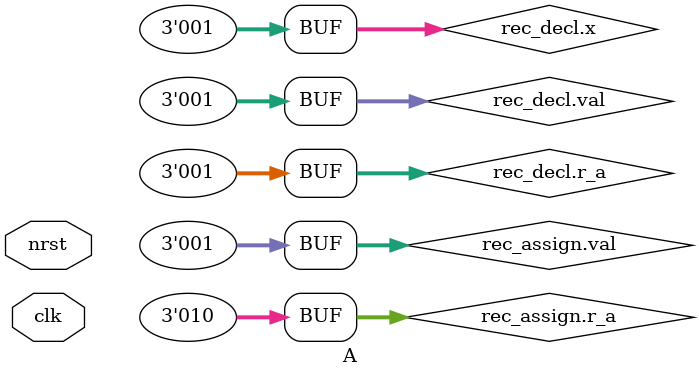
<source format=sv>

module B_top // "b_mod"
(
);

// Variables generated for SystemC signals
logic clk;
logic nrst;


//------------------------------------------------------------------------------
// Child module instances

A a_mod
(
  .clk(clk),
  .nrst(nrst)
);

endmodule



//==============================================================================
//
// Module: A (test_read_defined.cpp:76:5)
//
module A // "b_mod.a_mod"
(
    input logic clk,
    input logic nrst
);

// Variables generated for SystemC signals

//------------------------------------------------------------------------------
// Method process: rec_decl (test_read_defined.cpp:41:5) 

always_comb 
begin : rec_decl     // test_read_defined.cpp:41:5
    logic [2:0] x;
    logic [2:0] val;
    logic [2:0] r_a;
    x = 1;
    val = x;
    r_a = val;
end

//------------------------------------------------------------------------------
// Method process: rec_assign (test_read_defined.cpp:49:5) 

always_comb 
begin : rec_assign     // test_read_defined.cpp:49:5
    logic [2:0] val;
    logic [2:0] r_a;
    val = 1;
    r_a = val;
    r_a = 2;
end

endmodule



</source>
